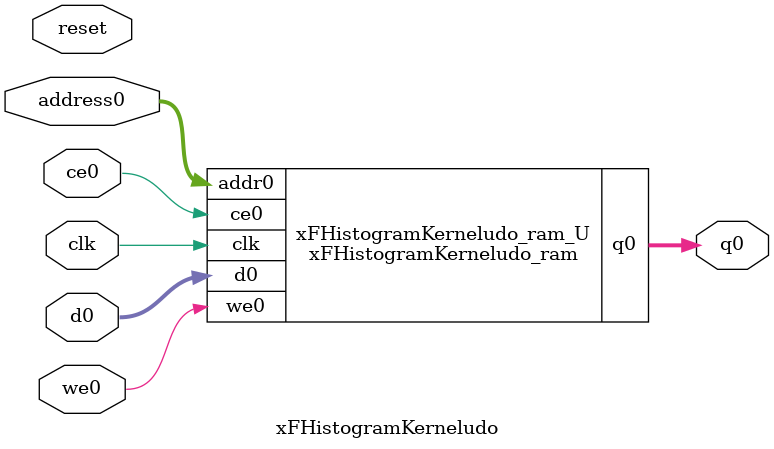
<source format=v>
`timescale 1 ns / 1 ps
module xFHistogramKerneludo_ram (addr0, ce0, d0, we0, q0,  clk);

parameter DWIDTH = 32;
parameter AWIDTH = 8;
parameter MEM_SIZE = 256;

input[AWIDTH-1:0] addr0;
input ce0;
input[DWIDTH-1:0] d0;
input we0;
output reg[DWIDTH-1:0] q0;
input clk;

(* ram_style = "block" *)reg [DWIDTH-1:0] ram[0:MEM_SIZE-1];




always @(posedge clk)  
begin 
    if (ce0) begin
        if (we0) 
            ram[addr0] <= d0; 
        q0 <= ram[addr0];
    end
end


endmodule

`timescale 1 ns / 1 ps
module xFHistogramKerneludo(
    reset,
    clk,
    address0,
    ce0,
    we0,
    d0,
    q0);

parameter DataWidth = 32'd32;
parameter AddressRange = 32'd256;
parameter AddressWidth = 32'd8;
input reset;
input clk;
input[AddressWidth - 1:0] address0;
input ce0;
input we0;
input[DataWidth - 1:0] d0;
output[DataWidth - 1:0] q0;



xFHistogramKerneludo_ram xFHistogramKerneludo_ram_U(
    .clk( clk ),
    .addr0( address0 ),
    .ce0( ce0 ),
    .we0( we0 ),
    .d0( d0 ),
    .q0( q0 ));

endmodule


</source>
